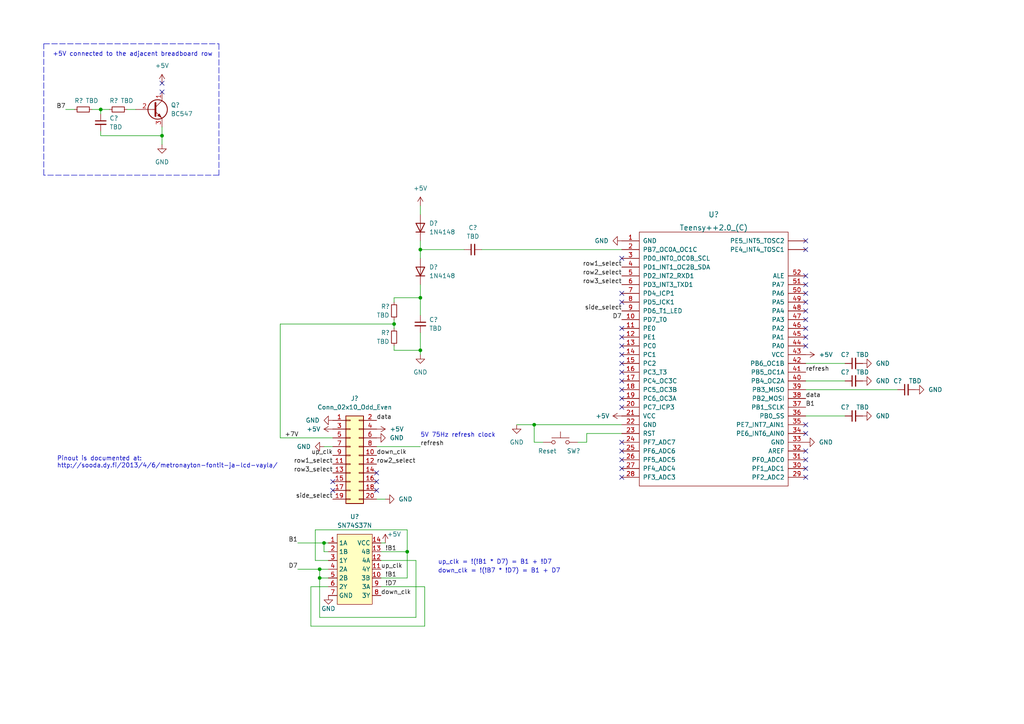
<source format=kicad_sch>
(kicad_sch (version 20211123) (generator eeschema)
  (paper "A4")
  (lib_symbols
    (symbol "Connector_Generic:Conn_02x10_Odd_Even" (pin_names (offset 1.016) hide)
      (property "Reference" "J" (at 1.27 12.7 0))
      (property "Value" "Conn_02x10_Odd_Even" (at 1.27 -15.24 0))
      (symbol "Conn_02x10_Odd_Even_1_1"
        (rectangle (start -1.27 -12.573) (end 0 -12.827) (stroke (width 0.1524)))
        (rectangle (start -1.27 -10.033) (end 0 -10.287) (stroke (width 0.1524)))
        (rectangle (start -1.27 -7.493) (end 0 -7.747) (stroke (width 0.1524)))
        (rectangle (start -1.27 -4.953) (end 0 -5.207) (stroke (width 0.1524)))
        (rectangle (start -1.27 -2.413) (end 0 -2.667) (stroke (width 0.1524)))
        (rectangle (start -1.27 0.127) (end 0 -0.127) (stroke (width 0.1524)))
        (rectangle (start -1.27 2.667) (end 0 2.413) (stroke (width 0.1524)))
        (rectangle (start -1.27 5.207) (end 0 4.953) (stroke (width 0.1524)))
        (rectangle (start -1.27 7.747) (end 0 7.493) (stroke (width 0.1524)))
        (rectangle (start -1.27 10.287) (end 0 10.033) (stroke (width 0.1524)))
        (rectangle (start -1.27 11.43) (end 3.81 -13.97) (stroke (width 0.254)) (fill (type background)))
        (rectangle (start 3.81 -12.573) (end 2.54 -12.827) (stroke (width 0.1524)))
        (rectangle (start 3.81 -10.033) (end 2.54 -10.287) (stroke (width 0.1524)))
        (rectangle (start 3.81 -7.493) (end 2.54 -7.747) (stroke (width 0.1524)))
        (rectangle (start 3.81 -4.953) (end 2.54 -5.207) (stroke (width 0.1524)))
        (rectangle (start 3.81 -2.413) (end 2.54 -2.667) (stroke (width 0.1524)))
        (rectangle (start 3.81 0.127) (end 2.54 -0.127) (stroke (width 0.1524)))
        (rectangle (start 3.81 2.667) (end 2.54 2.413) (stroke (width 0.1524)))
        (rectangle (start 3.81 5.207) (end 2.54 4.953) (stroke (width 0.1524)))
        (rectangle (start 3.81 7.747) (end 2.54 7.493) (stroke (width 0.1524)))
        (rectangle (start 3.81 10.287) (end 2.54 10.033) (stroke (width 0.1524)))
        (pin passive line (at -5.08 10.16 0) (length 3.81) (name "Pin_1") (number "1"))
        (pin passive line (at 7.62 0 180) (length 3.81) (name "Pin_10") (number "10"))
        (pin passive line (at -5.08 -2.54 0) (length 3.81) (name "Pin_11") (number "11"))
        (pin passive line (at 7.62 -2.54 180) (length 3.81) (name "Pin_12") (number "12"))
        (pin passive line (at -5.08 -5.08 0) (length 3.81) (name "Pin_13") (number "13"))
        (pin passive line (at 7.62 -5.08 180) (length 3.81) (name "Pin_14") (number "14"))
        (pin passive line (at -5.08 -7.62 0) (length 3.81) (name "Pin_15") (number "15"))
        (pin passive line (at 7.62 -7.62 180) (length 3.81) (name "Pin_16") (number "16"))
        (pin passive line (at -5.08 -10.16 0) (length 3.81) (name "Pin_17") (number "17"))
        (pin passive line (at 7.62 -10.16 180) (length 3.81) (name "Pin_18") (number "18"))
        (pin passive line (at -5.08 -12.7 0) (length 3.81) (name "Pin_19") (number "19"))
        (pin passive line (at 7.62 10.16 180) (length 3.81) (name "Pin_2") (number "2"))
        (pin passive line (at 7.62 -12.7 180) (length 3.81) (name "Pin_20") (number "20"))
        (pin passive line (at -5.08 7.62 0) (length 3.81) (name "Pin_3") (number "3"))
        (pin passive line (at 7.62 7.62 180) (length 3.81) (name "Pin_4") (number "4"))
        (pin passive line (at -5.08 5.08 0) (length 3.81) (name "Pin_5") (number "5"))
        (pin passive line (at 7.62 5.08 180) (length 3.81) (name "Pin_6") (number "6"))
        (pin passive line (at -5.08 2.54 0) (length 3.81) (name "Pin_7") (number "7"))
        (pin passive line (at 7.62 2.54 180) (length 3.81) (name "Pin_8") (number "8"))
        (pin passive line (at -5.08 0 0) (length 3.81) (name "Pin_9") (number "9"))
      )
    )
    (symbol "Device:C_Small" (pin_numbers hide) (pin_names (offset 0.254) hide)
      (property "Reference" "C" (at 0.254 1.778 0))
      (property "Value" "C_Small" (at 0.254 -2.032 0))
      (symbol "C_Small_0_1"
        (polyline (pts (xy -1.524 -0.508) (xy 1.524 -0.508)) (stroke (width 0.3302)))
        (polyline (pts (xy -1.524 0.508) (xy 1.524 0.508)) (stroke (width 0.3048)))
      )
      (symbol "C_Small_1_1"
        (pin passive line (at 0 2.54 270) (length 2.032) (name "~") (number "1"))
        (pin passive line (at 0 -2.54 90) (length 2.032) (name "~") (number "2"))
      )
    )
    (symbol "Device:D" (pin_numbers hide) (pin_names (offset 1.016) hide)
      (property "Reference" "D" (at 0 2.54 0))
      (property "Value" "D" (at 0 -2.54 0))
      (symbol "D_0_1"
        (polyline (pts (xy -1.27 1.27) (xy -1.27 -1.27)) (stroke (width 0.254)))
        (polyline (pts (xy 1.27 0) (xy -1.27 0)))
        (polyline (pts (xy 1.27 1.27) (xy 1.27 -1.27) (xy -1.27 0) (xy 1.27 1.27)) (stroke (width 0.254)))
      )
      (symbol "D_1_1"
        (pin passive line (at -3.81 0 0) (length 2.54) (name "K") (number "1"))
        (pin passive line (at 3.81 0 180) (length 2.54) (name "A") (number "2"))
      )
    )
    (symbol "Device:R_Small" (pin_numbers hide) (pin_names (offset 0.254) hide)
      (property "Reference" "R" (at 0.762 0.508 0))
      (property "Value" "R_Small" (at 0.762 -1.016 0))
      (symbol "R_Small_0_1"
        (rectangle (start -0.762 1.778) (end 0.762 -1.778) (stroke (width 0.2032)))
      )
      (symbol "R_Small_1_1"
        (pin passive line (at 0 2.54 270) (length 0.762) (name "~") (number "1"))
        (pin passive line (at 0 -2.54 90) (length 0.762) (name "~") (number "2"))
      )
    )
    (symbol "Switch:SW_Push" (pin_numbers hide) (pin_names (offset 1.016) hide)
      (property "Reference" "SW" (at 1.27 2.54 0))
      (property "Value" "SW_Push" (at 0 -1.524 0))
      (symbol "SW_Push_0_1"
        (circle (center -2.032 0) (radius 0.508))
        (polyline (pts (xy 0 1.27) (xy 0 3.048)))
        (polyline (pts (xy 2.54 1.27) (xy -2.54 1.27)))
        (circle (center 2.032 0) (radius 0.508))
        (pin passive line (at -5.08 0 0) (length 2.54) (name "1") (number "1"))
        (pin passive line (at 5.08 0 180) (length 2.54) (name "2") (number "2"))
      )
    )
    (symbol "Transistor_BJT:BC547" (pin_names (offset 0) hide)
      (property "Reference" "Q" (at 5.08 1.905 0))
      (property "Value" "BC547" (at 5.08 0 0))
      (symbol "BC547_0_1"
        (polyline (pts (xy 0 0) (xy 0.635 0)))
        (polyline (pts (xy 0.635 0.635) (xy 2.54 2.54)))
        (polyline (pts (xy 0.635 -0.635) (xy 2.54 -2.54) (xy 2.54 -2.54)))
        (polyline (pts (xy 0.635 1.905) (xy 0.635 -1.905) (xy 0.635 -1.905)) (stroke (width 0.508)))
        (polyline (pts (xy 1.27 -1.778) (xy 1.778 -1.27) (xy 2.286 -2.286) (xy 1.27 -1.778) (xy 1.27 -1.778)) (fill (type outline)))
        (circle (center 1.27 0) (radius 2.8194) (stroke (width 0.254)))
      )
      (symbol "BC547_1_1"
        (pin passive line (at 2.54 5.08 270) (length 2.54) (name "C") (number "1"))
        (pin input line (at -5.08 0 0) (length 5.08) (name "B") (number "2"))
        (pin passive line (at 2.54 -5.08 90) (length 2.54) (name "E") (number "3"))
      )
    )
    (symbol "power:+5V" (power) (pin_names (offset 0))
      (property "Value" "+5V" (at 0 3.556 0))
      (symbol "+5V_0_1"
        (polyline (pts (xy -0.762 1.27) (xy 0 2.54)))
        (polyline (pts (xy 0 0) (xy 0 2.54)))
        (polyline (pts (xy 0 2.54) (xy 0.762 1.27)))
      )
      (symbol "+5V_1_1"
        (pin power_in line (at 0 0 90) (length 0) hide (name "+5V") (number "1"))
      )
    )
    (symbol "power:GND" (power) (pin_names (offset 0))
      (property "Value" "GND" (at 0 -3.81 0))
      (symbol "GND_0_1"
        (polyline (pts (xy 0 0) (xy 0 -1.27) (xy 1.27 -1.27) (xy 0 -2.54) (xy -1.27 -1.27) (xy 0 -1.27)))
      )
      (symbol "GND_1_1"
        (pin power_in line (at 0 0 270) (length 0) hide (name "GND") (number "1"))
      )
    )
    (symbol "sn74s37n:SN74S37N"
      (property "Reference" "U" (at 0 12.7 0))
      (property "Value" "SN74S37N" (at 0 -12.7 0))
      (symbol "SN74S37N_0_1"
        (rectangle (start -5.08 10.16) (end 5.08 -10.16) (fill (type background)))
      )
      (symbol "SN74S37N_1_1"
        (pin passive line (at -7.62 7.62 0) (length 2.54) (name "1A") (number "1"))
        (pin passive line (at 7.62 -2.54 180) (length 2.54) (name "3B") (number "10"))
        (pin passive line (at 7.62 0 180) (length 2.54) (name "4Y") (number "11"))
        (pin passive line (at 7.62 2.54 180) (length 2.54) (name "4A") (number "12"))
        (pin passive line (at 7.62 5.08 180) (length 2.54) (name "4B") (number "13"))
        (pin passive line (at 7.62 7.62 180) (length 2.54) (name "VCC") (number "14"))
        (pin passive line (at -7.62 5.08 0) (length 2.54) (name "1B") (number "2"))
        (pin passive line (at -7.62 2.54 0) (length 2.54) (name "1Y") (number "3"))
        (pin passive line (at -7.62 0 0) (length 2.54) (name "2A") (number "4"))
        (pin passive line (at -7.62 -2.54 0) (length 2.54) (name "2B") (number "5"))
        (pin passive line (at -7.62 -5.08 0) (length 2.54) (name "2Y") (number "6"))
        (pin passive line (at -7.62 -7.62 0) (length 2.54) (name "GND") (number "7"))
        (pin passive line (at 7.62 -7.62 180) (length 2.54) (name "3Y") (number "8"))
        (pin passive line (at 7.62 -5.08 180) (length 2.54) (name "3A") (number "9"))
      )
    )
    (symbol "teensy_lib:Teensy++2.0_(C)" (pin_names (offset 1.016))
      (property "Reference" "U" (at 0 39.37 0))
      (property "Value" "Teensy++2.0_(C)" (at 0 -39.37 0))
      (symbol "Teensy++2.0_(C)_0_1"
        (rectangle (start -21.59 36.83) (end 21.59 -36.83))
      )
      (symbol "Teensy++2.0_(C)_1_1"
        (pin power_in line (at -26.67 34.29 0) (length 5.08) (name "GND") (number "1"))
        (pin bidirectional line (at -26.67 11.43 0) (length 5.08) (name "PD7_T0") (number "10"))
        (pin bidirectional line (at -26.67 8.89 0) (length 5.08) (name "PE0") (number "11"))
        (pin bidirectional line (at -26.67 6.35 0) (length 5.08) (name "PE1") (number "12"))
        (pin bidirectional line (at -26.67 3.81 0) (length 5.08) (name "PC0") (number "13"))
        (pin bidirectional line (at -26.67 1.27 0) (length 5.08) (name "PC1") (number "14"))
        (pin bidirectional line (at -26.67 -1.27 0) (length 5.08) (name "PC2") (number "15"))
        (pin bidirectional line (at -26.67 -3.81 0) (length 5.08) (name "PC3_T3") (number "16"))
        (pin bidirectional line (at -26.67 -6.35 0) (length 5.08) (name "PC4_OC3C") (number "17"))
        (pin bidirectional line (at -26.67 -8.89 0) (length 5.08) (name "PC5_OC3B") (number "18"))
        (pin bidirectional line (at -26.67 -11.43 0) (length 5.08) (name "PC6_OC3A") (number "19"))
        (pin bidirectional line (at -26.67 31.75 0) (length 5.08) (name "PB7_OC0A_OC1C") (number "2"))
        (pin bidirectional line (at -26.67 -13.97 0) (length 5.08) (name "PC7_ICP3") (number "20"))
        (pin power_in line (at -26.67 -16.51 0) (length 5.08) (name "VCC") (number "21"))
        (pin power_in line (at -26.67 -19.05 0) (length 5.08) (name "GND") (number "22"))
        (pin input line (at -26.67 -21.59 0) (length 5.08) (name "RST") (number "23"))
        (pin bidirectional line (at -26.67 -24.13 0) (length 5.08) (name "PF7_ADC7") (number "24"))
        (pin bidirectional line (at -26.67 -26.67 0) (length 5.08) (name "PF6_ADC6") (number "25"))
        (pin bidirectional line (at -26.67 -29.21 0) (length 5.08) (name "PF5_ADC5") (number "26"))
        (pin bidirectional line (at -26.67 -31.75 0) (length 5.08) (name "PF4_ADC4") (number "27"))
        (pin bidirectional line (at -26.67 -34.29 0) (length 5.08) (name "PF3_ADC3") (number "28"))
        (pin bidirectional line (at 26.67 -34.29 180) (length 5.08) (name "PF2_ADC2") (number "29"))
        (pin bidirectional line (at -26.67 29.21 0) (length 5.08) (name "PD0_INT0_OC0B_SCL") (number "3"))
        (pin bidirectional line (at 26.67 -31.75 180) (length 5.08) (name "PF1_ADC1") (number "30"))
        (pin bidirectional line (at 26.67 -29.21 180) (length 5.08) (name "PF0_ADC0") (number "31"))
        (pin input line (at 26.67 -26.67 180) (length 5.08) (name "AREF") (number "32"))
        (pin power_in line (at 26.67 -24.13 180) (length 5.08) (name "GND") (number "33"))
        (pin bidirectional line (at 26.67 -21.59 180) (length 5.08) (name "PE6_INT6_AIN0") (number "34"))
        (pin bidirectional line (at 26.67 -19.05 180) (length 5.08) (name "PE7_INT7_AIN1") (number "35"))
        (pin bidirectional line (at 26.67 -16.51 180) (length 5.08) (name "PB0_SS") (number "36"))
        (pin bidirectional line (at 26.67 -13.97 180) (length 5.08) (name "PB1_SCLK") (number "37"))
        (pin bidirectional line (at 26.67 -11.43 180) (length 5.08) (name "PB2_MOSI") (number "38"))
        (pin bidirectional line (at 26.67 -8.89 180) (length 5.08) (name "PB3_MISO") (number "39"))
        (pin bidirectional line (at -26.67 26.67 0) (length 5.08) (name "PD1_INT1_OC2B_SDA") (number "4"))
        (pin bidirectional line (at 26.67 -6.35 180) (length 5.08) (name "PB4_OC2A") (number "40"))
        (pin bidirectional line (at 26.67 -3.81 180) (length 5.08) (name "PB5_OC1A") (number "41"))
        (pin bidirectional line (at 26.67 -1.27 180) (length 5.08) (name "PB6_OC1B") (number "42"))
        (pin power_in line (at 26.67 1.27 180) (length 5.08) (name "VCC") (number "43"))
        (pin bidirectional line (at 26.67 3.81 180) (length 5.08) (name "PA0") (number "44"))
        (pin bidirectional line (at 26.67 6.35 180) (length 5.08) (name "PA1") (number "45"))
        (pin bidirectional line (at 26.67 8.89 180) (length 5.08) (name "PA2") (number "46"))
        (pin bidirectional line (at 26.67 11.43 180) (length 5.08) (name "PA3") (number "47"))
        (pin bidirectional line (at 26.67 13.97 180) (length 5.08) (name "PA4") (number "48"))
        (pin bidirectional line (at 26.67 16.51 180) (length 5.08) (name "PA5") (number "49"))
        (pin bidirectional line (at -26.67 24.13 0) (length 5.08) (name "PD2_INT2_RXD1") (number "5"))
        (pin bidirectional line (at 26.67 19.05 180) (length 5.08) (name "PA6") (number "50"))
        (pin bidirectional line (at 26.67 21.59 180) (length 5.08) (name "PA7") (number "51"))
        (pin input line (at 26.67 24.13 180) (length 5.08) (name "ALE") (number "52"))
        (pin bidirectional line (at -26.67 21.59 0) (length 5.08) (name "PD3_INT3_TXD1") (number "6"))
        (pin bidirectional line (at -26.67 19.05 0) (length 5.08) (name "PD4_ICP1") (number "7"))
        (pin bidirectional line (at -26.67 16.51 0) (length 5.08) (name "PD5_ICK1") (number "8"))
        (pin bidirectional line (at -26.67 13.97 0) (length 5.08) (name "PD6_T1_LED") (number "9"))
        (pin bidirectional line (at 26.67 31.75 180) (length 5.08) (name "PE4_INT4_TOSC1") (number "~"))
        (pin bidirectional line (at 26.67 34.29 180) (length 5.08) (name "PE5_INT5_TOSC2") (number "~"))
      )
    )
  )
  (junction (at 154.94 123.19))
  (junction (at 29.21 31.75))
  (junction (at 114.3 93.98))
  (junction (at 93.98 157.48))
  (junction (at 92.71 167.64))
  (junction (at 121.92 72.39))
  (junction (at 118.11 160.02))
  (junction (at 121.92 101.6))
  (junction (at 121.92 86.36))
  (junction (at 92.71 165.1))
  (junction (at 46.99 39.37))
  (no_connect (at 180.34 95.25))
  (no_connect (at 180.34 100.33))
  (no_connect (at 180.34 130.81))
  (no_connect (at 233.68 138.43))
  (no_connect (at 109.22 142.24))
  (no_connect (at 233.68 69.85))
  (no_connect (at 233.68 82.55))
  (no_connect (at 180.34 135.89))
  (no_connect (at 233.68 85.09))
  (no_connect (at 96.52 139.7))
  (no_connect (at 180.34 128.27))
  (no_connect (at 46.99 26.67))
  (no_connect (at 180.34 115.57))
  (no_connect (at 233.68 90.17))
  (no_connect (at 233.68 95.25))
  (no_connect (at 180.34 107.95))
  (no_connect (at 233.68 87.63))
  (no_connect (at 180.34 105.41))
  (no_connect (at 180.34 97.79))
  (no_connect (at 109.22 137.16))
  (no_connect (at 180.34 113.03))
  (no_connect (at 233.68 133.35))
  (no_connect (at 233.68 92.71))
  (no_connect (at 180.34 138.43))
  (no_connect (at 180.34 87.63))
  (no_connect (at 180.34 85.09))
  (no_connect (at 233.68 135.89))
  (no_connect (at 233.68 123.19))
  (no_connect (at 233.68 125.73))
  (no_connect (at 233.68 130.81))
  (no_connect (at 180.34 118.11))
  (no_connect (at 180.34 74.93))
  (no_connect (at 109.22 139.7))
  (no_connect (at 180.34 110.49))
  (no_connect (at 233.68 100.33))
  (no_connect (at 96.52 142.24))
  (no_connect (at 46.99 24.13))
  (no_connect (at 233.68 80.01))
  (no_connect (at 233.68 97.79))
  (no_connect (at 180.34 102.87))
  (no_connect (at 180.34 133.35))
  (no_connect (at 233.68 72.39))
  (wire (pts (xy 29.21 39.37) (xy 46.99 39.37)))
  (wire (pts (xy 157.48 128.27) (xy 154.94 128.27)))
  (polyline (pts (xy 63.5 12.7) (xy 63.5 50.8)))
  (wire (pts (xy 114.3 100.33) (xy 114.3 101.6)))
  (wire (pts (xy 110.49 170.18) (xy 123.19 170.18)))
  (wire (pts (xy 170.18 128.27) (xy 167.64 128.27)))
  (wire (pts (xy 121.92 129.54) (xy 109.22 129.54)))
  (wire (pts (xy 81.28 93.98) (xy 81.28 127)))
  (wire (pts (xy 233.68 110.49) (xy 245.11 110.49)))
  (wire (pts (xy 154.94 128.27) (xy 154.94 123.19)))
  (wire (pts (xy 111.76 144.78) (xy 109.22 144.78)))
  (wire (pts (xy 95.25 160.02) (xy 93.98 160.02)))
  (wire (pts (xy 120.65 162.56) (xy 120.65 179.07)))
  (wire (pts (xy 121.92 101.6) (xy 121.92 102.87)))
  (wire (pts (xy 118.11 167.64) (xy 110.49 167.64)))
  (wire (pts (xy 91.44 162.56) (xy 91.44 153.67)))
  (wire (pts (xy 86.36 165.1) (xy 92.71 165.1)))
  (wire (pts (xy 29.21 38.1) (xy 29.21 39.37)))
  (wire (pts (xy 118.11 160.02) (xy 118.11 167.64)))
  (wire (pts (xy 149.86 123.19) (xy 154.94 123.19)))
  (polyline (pts (xy 12.7 12.7) (xy 63.5 12.7)))
  (wire (pts (xy 121.92 59.69) (xy 121.92 62.23)))
  (wire (pts (xy 233.68 105.41) (xy 245.11 105.41)))
  (wire (pts (xy 118.11 160.02) (xy 110.49 160.02)))
  (wire (pts (xy 95.25 162.56) (xy 91.44 162.56)))
  (wire (pts (xy 233.68 113.03) (xy 260.35 113.03)))
  (wire (pts (xy 121.92 86.36) (xy 121.92 91.44)))
  (wire (pts (xy 93.98 160.02) (xy 93.98 157.48)))
  (wire (pts (xy 123.19 181.61) (xy 90.17 181.61)))
  (wire (pts (xy 96.52 127) (xy 81.28 127)))
  (wire (pts (xy 26.67 31.75) (xy 29.21 31.75)))
  (wire (pts (xy 86.36 157.48) (xy 93.98 157.48)))
  (wire (pts (xy 110.49 157.48) (xy 111.76 157.48)))
  (wire (pts (xy 91.44 153.67) (xy 118.11 153.67)))
  (wire (pts (xy 114.3 86.36) (xy 114.3 87.63)))
  (wire (pts (xy 92.71 165.1) (xy 95.25 165.1)))
  (wire (pts (xy 121.92 86.36) (xy 114.3 86.36)))
  (wire (pts (xy 93.98 157.48) (xy 95.25 157.48)))
  (wire (pts (xy 36.83 31.75) (xy 39.37 31.75)))
  (wire (pts (xy 110.49 162.56) (xy 120.65 162.56)))
  (wire (pts (xy 46.99 41.91) (xy 46.99 39.37)))
  (wire (pts (xy 92.71 167.64) (xy 92.71 165.1)))
  (wire (pts (xy 121.92 96.52) (xy 121.92 101.6)))
  (wire (pts (xy 121.92 72.39) (xy 121.92 74.93)))
  (polyline (pts (xy 12.7 50.8) (xy 12.7 12.7)))
  (wire (pts (xy 114.3 93.98) (xy 114.3 95.25)))
  (wire (pts (xy 114.3 92.71) (xy 114.3 93.98)))
  (wire (pts (xy 170.18 125.73) (xy 170.18 128.27)))
  (wire (pts (xy 118.11 153.67) (xy 118.11 160.02)))
  (wire (pts (xy 90.17 181.61) (xy 90.17 170.18)))
  (wire (pts (xy 139.7 72.39) (xy 180.34 72.39)))
  (wire (pts (xy 120.65 179.07) (xy 92.71 179.07)))
  (wire (pts (xy 180.34 125.73) (xy 170.18 125.73)))
  (wire (pts (xy 134.62 72.39) (xy 121.92 72.39)))
  (wire (pts (xy 93.98 129.54) (xy 96.52 129.54)))
  (wire (pts (xy 123.19 170.18) (xy 123.19 181.61)))
  (wire (pts (xy 92.71 179.07) (xy 92.71 167.64)))
  (wire (pts (xy 154.94 123.19) (xy 180.34 123.19)))
  (wire (pts (xy 46.99 36.83) (xy 46.99 39.37)))
  (polyline (pts (xy 63.5 50.8) (xy 12.7 50.8)))
  (wire (pts (xy 121.92 72.39) (xy 121.92 69.85)))
  (wire (pts (xy 114.3 101.6) (xy 121.92 101.6)))
  (wire (pts (xy 29.21 31.75) (xy 29.21 33.02)))
  (wire (pts (xy 114.3 93.98) (xy 81.28 93.98)))
  (wire (pts (xy 92.71 167.64) (xy 95.25 167.64)))
  (wire (pts (xy 90.17 170.18) (xy 95.25 170.18)))
  (wire (pts (xy 121.92 82.55) (xy 121.92 86.36)))
  (wire (pts (xy 233.68 120.65) (xy 245.11 120.65)))
  (wire (pts (xy 29.21 31.75) (xy 31.75 31.75)))
  (wire (pts (xy 19.05 31.75) (xy 21.59 31.75)))
  (text "+5V connected to the adjacent breadboard row" (at 15.24 16.51 0) (effects (font (size 1.27 1.27)) (justify left bottom)))
  (text "5V 75Hz refresh clock" (at 121.92 127 0) (effects (font (size 1.27 1.27)) (justify left bottom)))
  (text "Pinout is documented at:\nhttp://sooda.dy.fi/2013/4/6/metronayton-fontit-ja-lcd-vayla/" (at 16.51 135.89 0) (effects (font (size 1.27 1.27)) (justify left bottom)))
  (text "down_clk = !(!B7 * !D7) = B1 + D7" (at 127 166.37 0) (effects (font (size 1.27 1.27)) (justify left bottom)))
  (text "up_clk = !(!B1 * D7) = B1 + !D7" (at 127 163.83 0) (effects (font (size 1.27 1.27)) (justify left bottom)))
  (label "up_clk" (at 110.49 165.1 0))
  (label "side_select" (at 180.34 90.17 180))
  (label "D7" (at 180.34 92.71 180))
  (label "up_clk" (at 96.52 132.08 180))
  (label "!B1" (at 111.76 160.02 0))
  (label "row2_select" (at 180.34 80.01 180))
  (label "!D7" (at 111.76 170.18 0))
  (label "row1_select" (at 96.52 134.62 180))
  (label "D7" (at 86.36 165.1 180))
  (label "row2_select" (at 109.22 134.62 0))
  (label "row1_select" (at 180.34 77.47 180))
  (label "B1" (at 86.36 157.48 180))
  (label "refresh" (at 121.92 129.54 0))
  (label "row3_select" (at 96.52 137.16 180))
  (label "data" (at 109.22 121.92 0))
  (label "B1" (at 233.68 118.11 0))
  (label "refresh" (at 233.68 107.95 0))
  (label "data" (at 233.68 115.57 0))
  (label "+7V" (at 82.55 127 0))
  (label "side_select" (at 96.52 144.78 180))
  (label "down_clk" (at 110.49 172.72 0))
  (label "down_clk" (at 109.22 132.08 0))
  (label "B7" (at 19.05 31.75 180))
  (label "!B1" (at 111.76 167.64 0))
  (label "row3_select" (at 180.34 82.55 180))
  (symbol (lib_id "power:+5V") (at 111.76 157.48 0) (unit 1)
    (property "Reference" "#PWR?" (effects hide))
    (property "Value" "+5V" (at 114.3 154.94 0))
  )
  (symbol (lib_id "Device:C_Small") (at 29.21 35.56 0) (unit 1)
    (property "Reference" "C?" (at 31.75 34.2962 0) (effects (justify left)))
    (property "Value" "TBD" (at 31.75 36.8362 0) (effects (justify left)))
  )
  (symbol (lib_id "power:GND") (at 149.86 123.19 0) (unit 1)
    (property "Reference" "#PWR?" (effects hide))
    (property "Value" "GND" (at 149.86 128.27 0))
  )
  (symbol (lib_id "power:GND") (at 265.43 113.03 90) (unit 1)
    (property "Reference" "#PWR?" (effects hide))
    (property "Value" "GND" (at 269.24 113.0299 90) (effects (justify right)))
  )
  (symbol (lib_id "power:+5V") (at 96.52 124.46 90) (unit 1)
    (property "Reference" "#PWR?" (effects hide))
    (property "Value" "+5V" (at 88.9 124.46 90) (effects (justify right)))
  )
  (symbol (lib_id "Device:C_Small") (at 137.16 72.39 90) (unit 1)
    (property "Reference" "C?" (at 137.1663 66.04 90))
    (property "Value" "TBD" (at 137.1663 68.58 90))
  )
  (symbol (lib_id "power:+5V") (at 180.34 120.65 90) (unit 1)
    (property "Reference" "#PWR?" (effects hide))
    (property "Value" "+5V" (at 172.72 120.65 90) (effects (justify right)))
  )
  (symbol (lib_id "Device:C_Small") (at 247.65 120.65 90) (unit 1)
    (property "Reference" "C?" (at 245.11 118.11 90))
    (property "Value" "TBD" (at 250.19 118.11 90))
  )
  (symbol (lib_id "Device:C_Small") (at 121.92 93.98 0) (mirror y) (unit 1)
    (property "Reference" "C?" (at 124.46 92.7162 0) (effects (justify right)))
    (property "Value" "TBD" (at 124.46 95.2562 0) (effects (justify right)))
  )
  (symbol (lib_id "power:GND") (at 111.76 144.78 90) (unit 1)
    (property "Reference" "#PWR?" (effects hide))
    (property "Value" "GND" (at 115.57 144.7799 90) (effects (justify right)))
  )
  (symbol (lib_id "Transistor_BJT:BC547") (at 44.45 31.75 0) (unit 1)
    (property "Reference" "Q?" (at 49.53 30.4799 0) (effects (justify left)))
    (property "Value" "BC547" (at 49.53 33.0199 0) (effects (justify left)))
    (property "Footprint" "Package_TO_SOT_THT:TO-92_Inline" (effects hide))
    (property "Datasheet" "https://www.onsemi.com/pub/Collateral/BC550-D.pdf" (effects hide))
  )
  (symbol (lib_id "power:GND") (at 93.98 129.54 270) (unit 1)
    (property "Reference" "#PWR?" (effects hide))
    (property "Value" "GND" (at 90.17 129.5399 90) (effects (justify right)))
  )
  (symbol (lib_id "teensy_lib:Teensy++2.0_(C)") (at 207.01 104.14 0) (unit 1)
    (property "Reference" "U?" (at 207.01 62.23 0) (effects (font (size 1.524 1.524))))
    (property "Value" "Teensy++2.0_(C)" (at 207.01 66.04 0) (effects (font (size 1.524 1.524))))
  )
  (symbol (lib_id "power:+5V") (at 233.68 102.87 270) (unit 1)
    (property "Reference" "#PWR?" (effects hide))
    (property "Value" "+5V" (at 237.49 102.8699 90) (effects (justify left)))
  )
  (symbol (lib_id "power:GND") (at 46.99 41.91 0) (unit 1)
    (property "Reference" "#PWR?" (effects hide))
    (property "Value" "GND" (at 46.99 46.99 0))
  )
  (symbol (lib_id "Device:D") (at 121.92 66.04 90) (unit 1)
    (property "Reference" "D?" (at 124.46 64.7699 90) (effects (justify right)))
    (property "Value" "1N4148" (at 124.46 67.3099 90) (effects (justify right)))
  )
  (symbol (lib_id "power:+5V") (at 121.92 59.69 0) (unit 1)
    (property "Reference" "#PWR?" (effects hide))
    (property "Value" "+5V" (at 121.92 54.61 0))
  )
  (symbol (lib_id "Connector_Generic:Conn_02x10_Odd_Even") (at 101.6 132.08 0) (unit 1)
    (property "Reference" "J?" (at 102.87 115.57 0))
    (property "Value" "Conn_02x10_Odd_Even" (at 102.87 118.11 0))
  )
  (symbol (lib_id "Device:R_Small") (at 114.3 90.17 0) (unit 1)
    (property "Reference" "R?" (at 110.49 88.9 0) (effects (justify left)))
    (property "Value" "TBD" (at 109.22 91.44 0) (effects (justify left)))
  )
  (symbol (lib_id "Device:C_Small") (at 247.65 110.49 90) (unit 1)
    (property "Reference" "C?" (at 245.11 107.95 90))
    (property "Value" "TBD" (at 250.19 107.95 90))
  )
  (symbol (lib_id "Device:R_Small") (at 24.13 31.75 90) (unit 1)
    (property "Reference" "R?" (at 22.86 29.21 90))
    (property "Value" "TBD" (at 26.67 29.21 90))
  )
  (symbol (lib_id "Device:D") (at 121.92 78.74 90) (unit 1)
    (property "Reference" "D?" (at 124.46 77.4699 90) (effects (justify right)))
    (property "Value" "1N4148" (at 124.46 80.0099 90) (effects (justify right)))
  )
  (symbol (lib_id "Device:R_Small") (at 34.29 31.75 90) (unit 1)
    (property "Reference" "R?" (at 33.02 29.21 90))
    (property "Value" "TBD" (at 36.83 29.21 90))
  )
  (symbol (lib_id "power:GND") (at 95.25 172.72 0) (unit 1)
    (property "Reference" "#PWR?" (effects hide))
    (property "Value" "GND" (at 95.25 176.53 0))
  )
  (symbol (lib_id "Device:R_Small") (at 114.3 97.79 0) (unit 1)
    (property "Reference" "R?" (at 110.49 96.52 0) (effects (justify left)))
    (property "Value" "TBD" (at 109.22 99.06 0) (effects (justify left)))
  )
  (symbol (lib_id "power:+5V") (at 46.99 24.13 0) (unit 1)
    (property "Reference" "#PWR?" (effects hide))
    (property "Value" "+5V" (at 46.99 19.05 0))
  )
  (symbol (lib_id "power:GND") (at 121.92 102.87 0) (unit 1)
    (property "Reference" "#PWR?" (effects hide))
    (property "Value" "GND" (at 121.92 107.95 0))
  )
  (symbol (lib_id "power:+5V") (at 109.22 124.46 270) (unit 1)
    (property "Reference" "#PWR?" (effects hide))
    (property "Value" "+5V" (at 113.03 124.4599 90) (effects (justify left)))
  )
  (symbol (lib_id "power:GND") (at 180.34 69.85 270) (unit 1)
    (property "Reference" "#PWR?" (effects hide))
    (property "Value" "GND" (at 176.53 69.8499 90) (effects (justify right)))
  )
  (symbol (lib_id "sn74s37n:SN74S37N") (at 102.87 165.1 0) (unit 1)
    (property "Reference" "U?" (at 102.87 149.86 0))
    (property "Value" "SN74S37N" (at 102.87 152.4 0))
    (property "Datasheet" "https://www.ti.com/lit/ds/symlink/sn74s37.pdf?HQS=dis-mous-null-mousermode-dsf-pf-null-wwe&ts=1647275774100&ref_url=https%253A%252F%252Fwww.mouser.fi%252F" (effects hide))
  )
  (symbol (lib_id "power:GND") (at 250.19 105.41 90) (unit 1)
    (property "Reference" "#PWR?" (effects hide))
    (property "Value" "GND" (at 254 105.4099 90) (effects (justify right)))
  )
  (symbol (lib_id "power:GND") (at 233.68 128.27 90) (unit 1)
    (property "Reference" "#PWR?" (effects hide))
    (property "Value" "GND" (at 237.49 128.2699 90) (effects (justify right)))
  )
  (symbol (lib_id "power:GND") (at 250.19 110.49 90) (unit 1)
    (property "Reference" "#PWR?" (effects hide))
    (property "Value" "GND" (at 254 110.4899 90) (effects (justify right)))
  )
  (symbol (lib_id "power:GND") (at 109.22 127 90) (unit 1)
    (property "Reference" "#PWR?" (effects hide))
    (property "Value" "GND" (at 113.03 126.9999 90) (effects (justify right)))
  )
  (symbol (lib_id "Device:C_Small") (at 247.65 105.41 90) (unit 1)
    (property "Reference" "C?" (at 245.11 102.87 90))
    (property "Value" "TBD" (at 250.19 102.87 90))
  )
  (symbol (lib_id "Device:C_Small") (at 262.89 113.03 90) (unit 1)
    (property "Reference" "C?" (at 260.35 110.49 90))
    (property "Value" "TBD" (at 265.43 110.49 90))
  )
  (symbol (lib_id "Switch:SW_Push") (at 162.56 128.27 0) (unit 1)
    (property "Reference" "SW?" (at 166.37 130.81 0))
    (property "Value" "Reset" (at 158.75 130.81 0))
  )
  (symbol (lib_id "power:GND") (at 250.19 120.65 90) (unit 1)
    (property "Reference" "#PWR?" (effects hide))
    (property "Value" "GND" (at 254 120.6499 90) (effects (justify right)))
  )
  (symbol (lib_id "power:GND") (at 96.52 121.92 270) (unit 1)
    (property "Reference" "#PWR?" (effects hide))
    (property "Value" "GND" (at 92.71 121.9199 90) (effects (justify right)))
  )
)
</source>
